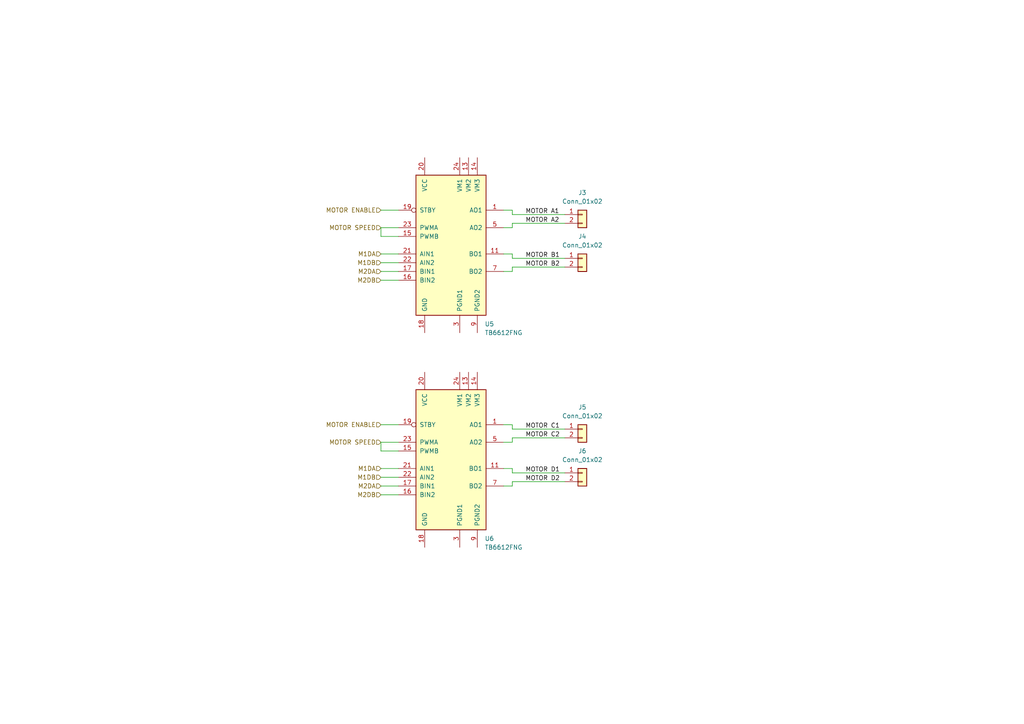
<source format=kicad_sch>
(kicad_sch (version 20250114) (generator "eeschema") (generator_version "9.0")
  (paper "A4")
  (title_block (title "Autonomous  Courier Robot \"Bad Apple\"") (date "2025-08-28") (rev "1") (company "Mixed Engineering Group 3 | STEM 12-Altruism / AY 2526 | CIT-U SHS") (comment 4 "DC Motor Driver circuitry"))
  (lib_symbols
    (symbol "Connector_Generic:Conn_01x02" (pin_names (offset 1.016) (hide yes))
      (property "Reference" "J" (at 0 2.54 0))
      (property "Value" "Conn_01x02" (at 0 -5.08 0))
      (symbol "Conn_01x02_1_1"
        (rectangle (start -1.27 1.27) (end 1.27 -3.81) (stroke (width 0.254)) (fill (type background)))
        (rectangle (start -1.27 0.127) (end 0 -0.127) (stroke (width 0.1524)))
        (rectangle (start -1.27 -2.413) (end 0 -2.667) (stroke (width 0.1524)))
        (pin passive line (at -5.08 0 0) (length 3.81) (name "Pin_1") (number "1"))
        (pin passive line (at -5.08 -2.54 0) (length 3.81) (name "Pin_2") (number "2"))
      )
    )
    (symbol "Driver_Motor:TB6612FNG" (pin_names (offset 1.016))
      (property "Reference" "U" (at 11.43 17.78 0))
      (property "Value" "TB6612FNG" (at 11.43 15.24 0))
      (symbol "TB6612FNG_0_1"
        (rectangle (start -10.16 20.32) (end 10.16 -20.32) (stroke (width 0.254)) (fill (type background)))
      )
      (symbol "TB6612FNG_1_1"
        (pin input inverted (at -15.24 10.16 0) (length 5.08) (name "STBY") (number "19"))
        (pin input line (at -15.24 5.08 0) (length 5.08) (name "PWMA") (number "23"))
        (pin input line (at -15.24 2.54 0) (length 5.08) (name "PWMB") (number "15"))
        (pin input line (at -15.24 -2.54 0) (length 5.08) (name "AIN1") (number "21"))
        (pin input line (at -15.24 -5.08 0) (length 5.08) (name "AIN2") (number "22"))
        (pin input line (at -15.24 -7.62 0) (length 5.08) (name "BIN1") (number "17"))
        (pin input line (at -15.24 -10.16 0) (length 5.08) (name "BIN2") (number "16"))
        (pin power_in line (at -7.62 25.4 270) (length 5.08) (name "VCC") (number "20"))
        (pin power_in line (at -7.62 -25.4 90) (length 5.08) (name "GND") (number "18"))
        (pin power_in line (at 2.54 25.4 270) (length 5.08) (name "VM1") (number "24"))
        (pin power_in line (at 2.54 -25.4 90) (length 5.08) (name "PGND1") (number "3"))
        (pin passive line (at 2.54 -25.4 90) (length 5.08) (hide yes) (name "PGND1") (number "4"))
        (pin power_in line (at 5.08 25.4 270) (length 5.08) (name "VM2") (number "13"))
        (pin power_in line (at 7.62 25.4 270) (length 5.08) (name "VM3") (number "14"))
        (pin passive line (at 7.62 -25.4 90) (length 5.08) (hide yes) (name "PGND2") (number "10"))
        (pin power_in line (at 7.62 -25.4 90) (length 5.08) (name "PGND2") (number "9"))
        (pin output line (at 15.24 10.16 180) (length 5.08) (name "AO1") (number "1"))
        (pin passive line (at 15.24 10.16 180) (length 5.08) (hide yes) (name "AO1") (number "2"))
        (pin output line (at 15.24 5.08 180) (length 5.08) (name "AO2") (number "5"))
        (pin passive line (at 15.24 5.08 180) (length 5.08) (hide yes) (name "AO2") (number "6"))
        (pin output line (at 15.24 -2.54 180) (length 5.08) (name "BO1") (number "11"))
        (pin passive line (at 15.24 -2.54 180) (length 5.08) (hide yes) (name "BO1") (number "12"))
        (pin output line (at 15.24 -7.62 180) (length 5.08) (name "BO2") (number "7"))
        (pin passive line (at 15.24 -7.62 180) (length 5.08) (hide yes) (name "BO2") (number "8"))
      )
    )
  )
  (wire (pts (xy 110.49 60.96) (xy 115.57 60.96)))
  (wire (pts (xy 110.49 66.04) (xy 110.49 68.58)))
  (wire (pts (xy 110.49 76.2) (xy 115.57 76.2)))
  (wire (pts (xy 148.59 127) (xy 148.59 128.27)))
  (wire (pts (xy 110.49 68.58) (xy 115.57 68.58)))
  (wire (pts (xy 148.59 77.47) (xy 148.59 78.74)))
  (wire (pts (xy 163.83 139.7) (xy 148.59 139.7)))
  (wire (pts (xy 110.49 73.66) (xy 115.57 73.66)))
  (wire (pts (xy 146.05 128.27) (xy 148.59 128.27)))
  (wire (pts (xy 110.49 128.27) (xy 110.49 130.81)))
  (wire (pts (xy 110.49 78.74) (xy 115.57 78.74)))
  (wire (pts (xy 163.83 127) (xy 148.59 127)))
  (wire (pts (xy 110.49 81.28) (xy 115.57 81.28)))
  (wire (pts (xy 146.05 73.66) (xy 148.59 73.66)))
  (wire (pts (xy 110.49 135.89) (xy 115.57 135.89)))
  (wire (pts (xy 146.05 123.19) (xy 148.59 123.19)))
  (wire (pts (xy 110.49 66.04) (xy 115.57 66.04)))
  (wire (pts (xy 146.05 66.04) (xy 148.59 66.04)))
  (wire (pts (xy 163.83 77.47) (xy 148.59 77.47)))
  (wire (pts (xy 110.49 138.43) (xy 115.57 138.43)))
  (wire (pts (xy 148.59 62.23) (xy 163.83 62.23)))
  (wire (pts (xy 148.59 137.16) (xy 148.59 135.89)))
  (wire (pts (xy 148.59 60.96) (xy 148.59 62.23)))
  (wire (pts (xy 110.49 140.97) (xy 115.57 140.97)))
  (wire (pts (xy 148.59 124.46) (xy 163.83 124.46)))
  (wire (pts (xy 148.59 64.77) (xy 148.59 66.04)))
  (wire (pts (xy 148.59 74.93) (xy 148.59 73.66)))
  (wire (pts (xy 146.05 60.96) (xy 148.59 60.96)))
  (wire (pts (xy 110.49 123.19) (xy 115.57 123.19)))
  (wire (pts (xy 148.59 139.7) (xy 148.59 140.97)))
  (wire (pts (xy 146.05 78.74) (xy 148.59 78.74)))
  (wire (pts (xy 163.83 64.77) (xy 148.59 64.77)))
  (wire (pts (xy 110.49 130.81) (xy 115.57 130.81)))
  (wire (pts (xy 110.49 128.27) (xy 115.57 128.27)))
  (wire (pts (xy 110.49 143.51) (xy 115.57 143.51)))
  (wire (pts (xy 148.59 74.93) (xy 163.83 74.93)))
  (wire (pts (xy 146.05 135.89) (xy 148.59 135.89)))
  (wire (pts (xy 146.05 140.97) (xy 148.59 140.97)))
  (wire (pts (xy 148.59 124.46) (xy 148.59 123.19)))
  (wire (pts (xy 148.59 137.16) (xy 163.83 137.16)))
  (label "MOTOR B1" (at 152.4 74.93 0))
  (label "MOTOR D1" (at 152.4 137.16 0))
  (label "MOTOR C2" (at 152.4 127 0))
  (label "MOTOR C1" (at 152.4 124.46 0))
  (label "MOTOR A1" (at 152.4 62.23 0))
  (label "MOTOR B2" (at 152.4 77.47 0))
  (label "MOTOR D2" (at 152.4 139.7 0))
  (label "MOTOR A2" (at 152.4 64.77 0))
  (hierarchical_label "M2DA" (shape input) (at 110.49 140.97 180))
  (hierarchical_label "MOTOR ENABLE" (shape input) (at 110.49 123.19 180))
  (hierarchical_label "MOTOR SPEED" (shape input) (at 110.49 128.27 180))
  (hierarchical_label "M1DB" (shape input) (at 110.49 138.43 180))
  (hierarchical_label "M1DA" (shape input) (at 110.49 73.66 180))
  (hierarchical_label "M2DA" (shape input) (at 110.49 78.74 180))
  (hierarchical_label "M1DA" (shape input) (at 110.49 135.89 180))
  (hierarchical_label "M2DB" (shape input) (at 110.49 143.51 180))
  (hierarchical_label "M1DB" (shape input) (at 110.49 76.2 180))
  (hierarchical_label "MOTOR SPEED" (shape input) (at 110.49 66.04 180))
  (hierarchical_label "M2DB" (shape input) (at 110.49 81.28 180))
  (hierarchical_label "MOTOR ENABLE" (shape input) (at 110.49 60.96 180))
  (symbol (lib_id "Connector_Generic:Conn_01x02") (at 168.91 74.93 0) (unit 1)
    (property "Reference" "J4" (at 168.91 68.58 0))
    (property "Value" "Conn_01x02" (at 168.91 71.12 0))
    (property "Footprint" "Connector_PinHeader_2.54mm:PinHeader_1x02_P2.54mm_Vertical" (effects (hide yes)))
    (property "Description" "Generic connector, single row, 01x02, script generated (kicad-library-utils/schlib/autogen/connector/)" (effects (hide yes)))
  )
  (symbol (lib_id "Driver_Motor:TB6612FNG") (at 130.81 133.35 0) (unit 1)
    (property "Reference" "U6" (at 140.5733 156.21 0) (effects (justify left)))
    (property "Value" "TB6612FNG" (at 140.5733 158.75 0) (effects (justify left)))
    (property "Footprint" "Package_SO:SSOP-24_5.3x8.2mm_P0.65mm" (effects (hide yes)))
    (property "Datasheet" "https://toshiba.semicon-storage.com/us/product/linear/motordriver/detail.TB6612FNG.html" (effects (hide yes)))
    (property "Description" "Driver IC for Dual DC motor, SSOP-24" (effects (hide yes)))
  )
  (symbol (lib_id "Connector_Generic:Conn_01x02") (at 168.91 62.23 0) (unit 1)
    (property "Reference" "J3" (at 168.91 55.88 0))
    (property "Value" "Conn_01x02" (at 168.91 58.42 0))
    (property "Footprint" "Connector_PinHeader_2.54mm:PinHeader_1x02_P2.54mm_Vertical" (effects (hide yes)))
    (property "Description" "Generic connector, single row, 01x02, script generated (kicad-library-utils/schlib/autogen/connector/)" (effects (hide yes)))
  )
  (symbol (lib_id "Driver_Motor:TB6612FNG") (at 130.81 71.12 0) (unit 1)
    (property "Reference" "U5" (at 140.5733 93.98 0) (effects (justify left)))
    (property "Value" "TB6612FNG" (at 140.5733 96.52 0) (effects (justify left)))
    (property "Footprint" "Package_SO:SSOP-24_5.3x8.2mm_P0.65mm" (effects (hide yes)))
    (property "Datasheet" "https://toshiba.semicon-storage.com/us/product/linear/motordriver/detail.TB6612FNG.html" (effects (hide yes)))
    (property "Description" "Driver IC for Dual DC motor, SSOP-24" (effects (hide yes)))
  )
  (symbol (lib_id "Connector_Generic:Conn_01x02") (at 168.91 137.16 0) (unit 1)
    (property "Reference" "J6" (at 168.91 130.81 0))
    (property "Value" "Conn_01x02" (at 168.91 133.35 0))
    (property "Footprint" "Connector_PinHeader_2.54mm:PinHeader_1x02_P2.54mm_Vertical" (effects (hide yes)))
    (property "Description" "Generic connector, single row, 01x02, script generated (kicad-library-utils/schlib/autogen/connector/)" (effects (hide yes)))
  )
  (symbol (lib_id "Connector_Generic:Conn_01x02") (at 168.91 124.46 0) (unit 1)
    (property "Reference" "J5" (at 168.91 118.11 0))
    (property "Value" "Conn_01x02" (at 168.91 120.65 0))
    (property "Footprint" "Connector_PinHeader_2.54mm:PinHeader_1x02_P2.54mm_Vertical" (effects (hide yes)))
    (property "Description" "Generic connector, single row, 01x02, script generated (kicad-library-utils/schlib/autogen/connector/)" (effects (hide yes)))
  )
)
</source>
